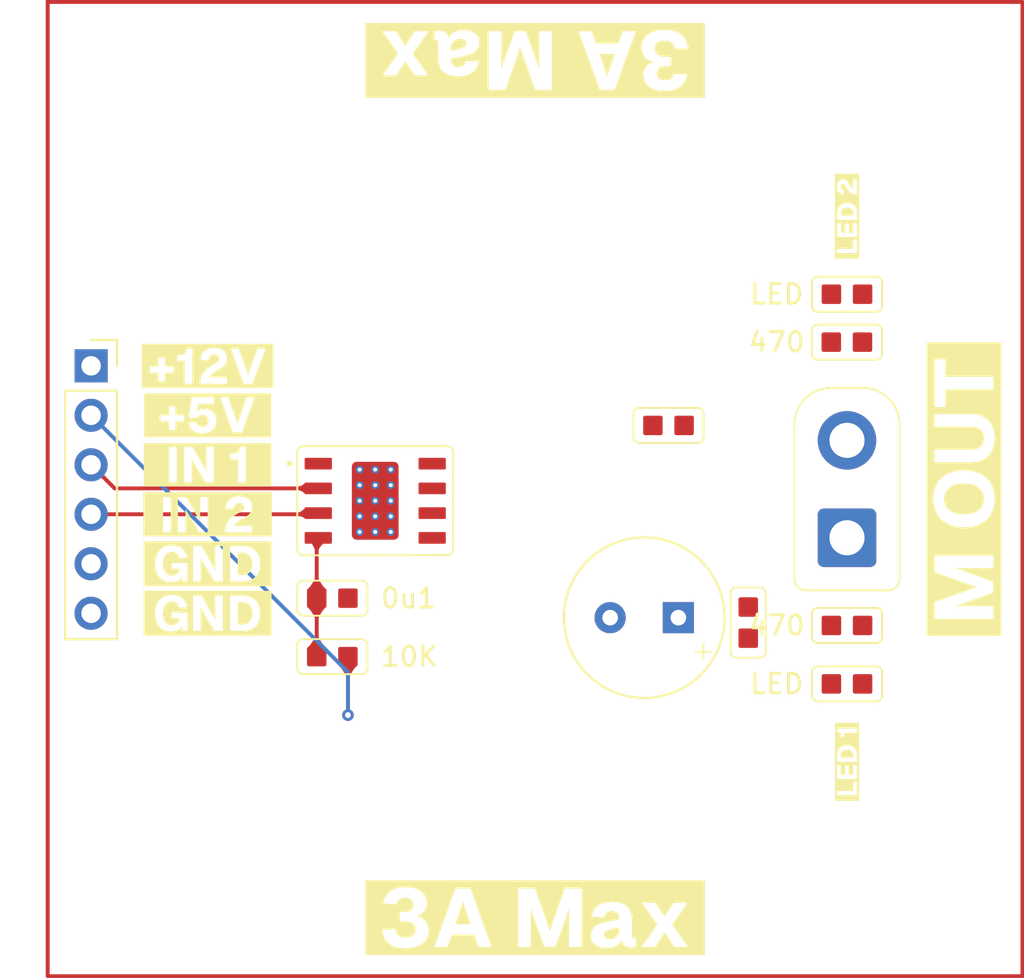
<source format=kicad_pcb>
(kicad_pcb (version 20240108) (generator "pcbnew") (generator_version "8.0")
  (layers (0 "F.Cu" signal) (31 "B.Cu" signal) (34 "B.Paste" user) (35 "F.Paste" user) (36 "B.SilkS" user "B.Silkscreen") (37 "F.SilkS" user "F.Silkscreen") (38 "B.Mask" user) (39 "F.Mask" user) (44 "Edge.Cuts" user))
  (net 0 "")
  (net 1 "GND")
  (net 2 "+12V")
  (net 3 "Net-(IC1-VREF)")
  (net 4 "/M IN 1")
  (net 5 "Net-(IC1-RS)")
  (net 6 "/M OUT 2")
  (net 7 "/M IN 2")
  (net 8 "/M OUT 1")
  (net 9 "+5V")
  (net 10 "Net-(D1-A)")
  (net 11 "Net-(D2-A)")
  (footprint "breakout-TB67H450FNG:cap0603" (layer "F.Cu") (at 39.6 55.6)
    (property "Reference" "C3" (hide yes))
    (property "Value" "0u1" (at 2.4 0 0) (layer "F.SilkS") (effects (justify left)))
    (fp_line (start -1.8 0.6) (end -1.8 -0.6) (stroke (width 0.1)) (layer "F.SilkS"))
    (fp_line (start -1.5 -0.9) (end 1.5 -0.9) (stroke (width 0.1)) (layer "F.SilkS"))
    (fp_line (start -1.5 0.9) (end 1.5 0.9) (stroke (width 0.1)) (layer "F.SilkS"))
    (fp_line (start 1.8 -0.6) (end 1.8 0.6) (stroke (width 0.1)) (layer "F.SilkS"))
    (fp_arc (start -1.8 -0.6) (mid -1.712132 -0.812132) (end -1.5 -0.9) (stroke (width 0.1)) (layer "F.SilkS"))
    (fp_arc (start -1.5 0.9) (mid -1.712132 0.812132) (end -1.8 0.6) (stroke (width 0.1)) (layer "F.SilkS"))
    (fp_arc (start 1.5 -0.9) (mid 1.712132 -0.812132) (end 1.8 -0.6) (stroke (width 0.1)) (layer "F.SilkS"))
    (fp_arc (start 1.8 0.6) (mid 1.712132 0.812132) (end 1.5 0.9) (stroke (width 0.1)) (layer "F.SilkS"))
    (pad "1" smd roundrect (at -0.799999 0) (size 1 1) (layers "F.Cu" "F.Paste" "F.Mask") (roundrect_rratio 0.1) (net 3 "Net-(IC1-VREF)"))
    (pad "2" smd roundrect (at 0.799999 0) (size 1 1) (layers "F.Cu" "F.Paste" "F.Mask") (roundrect_rratio 0.1) (net 1 "GND"))
  )
  (footprint "kibuzzard-66A150AD" (layer "F.Cu") (at 33.2 43.675)
    (property "Reference" "kibuzzard-66A150AD" (hide yes))
    (property "Value" "G***" (hide yes))
    (fp_poly (pts (xy -2.957324 -1.131549) (xy -3.379859 -1.131549) (xy -3.379859 1.131549) (xy -2.957324 1.131549) (xy -2.199296 1.131549) (xy -2.199296 0.796056) (xy -2.508592 0.796056) (xy -2.508592 0.349859) (xy -2.957324 0.349859) (xy -2.957324 0.040563) (xy -2.508592 0.040563) (xy -2.508592 -0.410704) (xy -2.199296 -0.410704) (xy -2.199296 0.040563) (xy -1.750563 0.040563) (xy -1.750563 0.349859) (xy -2.199296 0.349859) (xy -2.199296 0.796056) (xy -2.199296 1.131549) (xy -0.782113 1.131549) (xy -0.782113 0.920282) (xy -1.167465 0.920282) (xy -1.167465 -0.263662) (xy -1.557887 -0.263662) (xy -1.557887 -0.54507) (xy -1.403239 -0.54507) (xy -1.256197 -0.563451) (xy -1.159859 -0.618592) (xy -1.10662 -0.720634) (xy -1.088873 -0.879718) (xy -0.782113 -0.879718) (xy -0.782113 0.920282) (xy -0.782113 1.131549) (xy 0.99507 1.131549) (xy 0.99507 0.920282) (xy -0.368873 0.920282) (xy -0.353345 0.703521) (xy -0.306761 0.519718) (xy -0.225634 0.360951) (xy -0.106479 0.219296) (xy -0.003239 0.131268) (xy 0.122254 0.044648) (xy 0.27 -0.040563) (xy 0.385986 -0.103944) (xy 0.470282 -0.157183) (xy 0.569155 -0.254789) (xy 0.599577 -0.372676) (xy 0.533662 -0.53493) (xy 0.453803 -0.580563) (xy 0.346056 -0.595775) (xy 0.223415 -0.57581) (xy 0.129296 -0.515915) (xy 0.064331 -0.417993) (xy 0.029155 -0.283944) (xy -0.366338 -0.306761) (xy -0.331831 -0.485352) (xy -0.262113 -0.635775) (xy -0.157183 -0.758028) (xy -0.020141 -0.848169) (xy 0.145915 -0.902254) (xy 0.340986 -0.920282) (xy 0.530176 -0.903486) (xy 0.692113 -0.853099) (xy 0.822676 -0.771972) (xy 0.917746 -0.662958) (xy 0.975739 -0.530176) (xy 0.99507 -0.377746) (xy 0.983345 -0.249085) (xy 0.948169 -0.141972) (xy 0.888275 -0.049754) (xy 0.802394 0.034225) (xy 0.683239 0.118204) (xy 0.523521 0.210423) (xy 0.338768 0.318803) (xy 0.205352 0.420845) (xy 0.122641 0.514014) (xy 0.09 0.595775) (xy 0.99507 0.595775) (xy 0.99507 0.920282) (xy 0.99507 1.131549) (xy 2.303239 1.131549) (xy 2.303239 0.920282) (xy 1.851972 0.920282) (xy 1.202958 -0.879718) (xy 1.600986 -0.879718) (xy 2.080141 0.486761) (xy 2.556761 -0.879718) (xy 2.957324 -0.879718) (xy 2.303239 0.920282) (xy 2.303239 1.131549) (xy 2.957324 1.131549) (xy 3.379859 1.131549) (xy 3.379859 -1.131549) (xy 2.957324 -1.131549) (xy -2.957324 -1.131549)) (fill solid) (layer "F.SilkS"))
  )
  (footprint "kibuzzard-66A15073" (layer "F.Cu") (at 33.2 51.295)
    (property "Reference" "kibuzzard-66A15073" (hide yes))
    (property "Value" "G***" (hide yes))
    (fp_poly (pts (xy -2.28169 -1.131549) (xy -3.295775 -1.131549) (xy -3.295775 1.131549) (xy -2.28169 1.131549) (xy -1.896338 1.131549) (xy -1.896338 0.920282) (xy -2.28169 0.920282) (xy -2.28169 -0.879718) (xy -1.896338 -0.879718) (xy -1.896338 0.920282) (xy -1.896338 1.131549) (xy 0.00507 1.131549) (xy 0.00507 0.920282) (xy -0.425915 0.920282) (xy -1.135775 -0.278873) (xy -1.135775 0.920282) (xy -1.521127 0.920282) (xy -1.521127 -0.879718) (xy -1.095211 -0.879718) (xy -0.380282 0.362535) (xy -0.380282 -0.879718) (xy 0.00507 -0.879718) (xy 0.00507 0.920282) (xy 0.00507 1.131549) (xy 2.28169 1.131549) (xy 2.28169 0.920282) (xy 0.917746 0.920282) (xy 0.933275 0.703521) (xy 0.979859 0.519718) (xy 1.060986 0.360951) (xy 1.180141 0.219296) (xy 1.28338 0.131268) (xy 1.408873 0.044648) (xy 1.55662 -0.040563) (xy 1.672606 -0.103944) (xy 1.756901 -0.157183) (xy 1.855775 -0.254789) (xy 1.886197 -0.372676) (xy 1.820282 -0.53493) (xy 1.740423 -0.580563) (xy 1.632676 -0.595775) (xy 1.510035 -0.57581) (xy 1.415915 -0.515915) (xy 1.350951 -0.417993) (xy 1.315775 -0.283944) (xy 0.920282 -0.306761) (xy 0.954789 -0.485352) (xy 1.024507 -0.635775) (xy 1.129437 -0.758028) (xy 1.266479 -0.848169) (xy 1.432535 -0.902254) (xy 1.627606 -0.920282) (xy 1.816796 -0.903486) (xy 1.978732 -0.853099) (xy 2.109296 -0.771972) (xy 2.204366 -0.662958) (xy 2.262359 -0.530176) (xy 2.28169 -0.377746) (xy 2.269965 -0.249085) (xy 2.234789 -0.141972) (xy 2.174894 -0.049754) (xy 2.089014 0.034225) (xy 1.969859 0.118204) (xy 1.810141 0.210423) (xy 1.625387 0.318803) (xy 1.491972 0.420845) (xy 1.409261 0.514014) (xy 1.37662 0.595775) (xy 2.28169 0.595775) (xy 2.28169 0.920282) (xy 2.28169 1.131549) (xy 3.295775 1.131549) (xy 3.295775 -1.131549) (xy 2.28169 -1.131549) (xy -2.28169 -1.131549)) (fill solid) (layer "F.SilkS"))
  )
  (footprint "kibuzzard-66A14E9E" (layer "F.Cu") (at 50 72)
    (property "Reference" "kibuzzard-66A14E9E" (hide yes))
    (property "Value" "G***" (hide yes))
    (fp_poly (pts (xy -3.302113 0.333803) (xy -3.699296 -0.823944) (xy -4.096479 0.333803) (xy -3.302113 0.333803)) (fill solid) (layer "F.SilkS"))
    (fp_poly (pts (xy 4.333099 0.595775) (xy 4.333099 0.485915) (xy 3.817606 0.595775) (xy 3.586268 0.697183) (xy 3.509155 0.874648) (xy 3.585211 1.052113) (xy 3.80493 1.115493) (xy 4.021479 1.080634) (xy 4.189437 0.976056) (xy 4.297183 0.811268) (xy 4.333099 0.595775)) (fill solid) (layer "F.SilkS"))
    (fp_poly (pts (xy -7.83169 -1.919718) (xy -8.711972 -1.919718) (xy -8.711972 1.919718) (xy -7.83169 1.919718) (xy -6.648592 1.919718) (xy -6.648592 1.567606) (xy -6.987793 1.539671) (xy -7.273005 1.455869) (xy -7.504225 1.316197) (xy -7.676761 1.12723) (xy -7.785915 0.89554) (xy -7.83169 0.621127) (xy -7.176761 0.595775) (xy -7.099296 0.835211) (xy -6.923239 0.978873) (xy -6.648592 1.026761) (xy -6.434683 1.000352) (xy -6.266197 0.921127) (xy -6.156866 0.791197) (xy -6.120423 0.612676) (xy -6.156866 0.426761) (xy -6.266197 0.291549) (xy -6.439965 0.209155) (xy -6.669718 0.18169) (xy -6.940141 0.18169) (xy -6.940141 -0.295775) (xy -6.669718 -0.295775) (xy -6.483803 -0.317958) (xy -6.340141 -0.384507) (xy -6.217606 -0.659155) (xy -6.325352 -0.93169) (xy -6.462148 -1.002993) (xy -6.657042 -1.026761) (xy -6.851937 -1.004577) (xy -6.997183 -0.938028) (xy -7.138732 -0.692958) (xy -7.785211 -0.726761) (xy -7.728873 -0.965728) (xy -7.616197 -1.169953) (xy -7.447183 -1.339437) (xy -7.227934 -1.466197) (xy -6.964554 -1.542254) (xy -6.657042 -1.567606) (xy -6.331925 -1.542723) (xy -6.060798 -1.468075) (xy -5.843662 -1.343662) (xy -5.685211 -1.175587) (xy -5.590141 -0.969953) (xy -5.558451 -0.726761) (xy -5.592254 -0.511796) (xy -5.693662 -0.33169) (xy -5.858451 -0.189613) (xy -6.082394 -0.088732) (xy -5.817254 0.019542) (xy -5.621831 0.183803) (xy -5.501408 0.398768) (xy -5.461268 0.659155) (xy -5.496714 0.923005) (xy -5.603052 1.14554) (xy -5.780282 1.326761) (xy -6.018545 1.460563) (xy -6.307981 1.540845) (xy -6.648592 1.567606) (xy -6.648592 1.919718) (xy -2.237324 1.919718) (xy -2.237324 1.5) (xy -2.90493 1.5) (xy -3.124648 0.861972) (xy -4.278169 0.861972) (xy -4.497887 1.5) (xy -5.161268 1.5) (xy -4.079577 -1.5) (xy -3.319014 -1.5) (xy -2.237324 1.5) (xy -2.237324 1.919718) (xy 2.380986 1.919718) (xy 2.380986 1.5) (xy 1.738732 1.5) (xy 1.738732 -0.443662) (xy 1.033099 1.491549) (xy 0.483803 1.491549) (xy -0.217606 -0.443662) (xy -0.217606 1.5) (xy -0.859859 1.5) (xy -0.859859 -1.5) (xy -0.002113 -1.5) (xy 0.762676 0.684507) (xy 1.523239 -1.5) (xy 2.380986 -1.5) (xy 2.380986 1.5) (xy 2.380986 1.919718) (xy 3.652817 1.919718) (xy 3.652817 1.550704) (xy 3.329049 1.509507) (xy 3.076056 1.385915) (xy 2.912852 1.190493) (xy 2.858451 0.933803) (xy 2.903873 0.673415) (xy 3.040141 0.475352) (xy 3.271479 0.331162) (xy 3.602113 0.232394) (xy 4.333099 0.088732) (xy 4.289906 -0.157746) (xy 4.160329 -0.305634) (xy 3.944366 -0.35493) (xy 3.665493 -0.273592) (xy 3.530282 -0.029577) (xy 2.896479 -0.059155) (xy 2.961737 -0.287089) (xy 3.073005 -0.475117) (xy 3.230282 -0.623239) (xy 3.429812 -0.730047) (xy 3.66784 -0.794131) (xy 3.944366 -0.815493) (xy 4.254695 -0.788732) (xy 4.509624 -0.708451) (xy 4.709155 -0.574648) (xy 4.852347 -0.389202) (xy 4.938263 -0.153991) (xy 4.966901 0.130986) (xy 4.966901 0.904225) (xy 4.996479 1.030986) (xy 5.093662 1.064789) (xy 5.157042 1.064789) (xy 5.157042 1.5) (xy 4.928873 1.525352) (xy 4.68615 1.484507) (xy 4.521362 1.361972) (xy 4.434507 1.157746) (xy 4.316725 1.320423) (xy 4.140845 1.44507) (xy 3.916373 1.524296) (xy 3.652817 1.550704) (xy 3.652817 1.919718) (xy 7.83169 1.919718) (xy 7.83169 1.5) (xy 7.155634 1.5) (xy 6.661268 0.730986) (xy 6.158451 1.5) (xy 5.469718 1.5) (xy 6.276761 0.350704) (xy 5.49507 -0.764789) (xy 6.166901 -0.764789) (xy 6.648592 -0.038028) (xy 7.121831 -0.764789) (xy 7.806338 -0.764789) (xy 7.024648 0.35493) (xy 7.83169 1.5) (xy 7.83169 1.919718) (xy 8.711972 1.919718) (xy 8.711972 -1.919718) (xy 7.83169 -1.919718) (xy -7.83169 -1.919718)) (fill solid) (layer "F.SilkS"))
  )
  (footprint "kibuzzard-66A15016" (layer "F.Cu") (at 33.2 56.375)
    (property "Reference" "kibuzzard-66A15016" (hide yes))
    (property "Value" "G***" (hide yes))
    (fp_poly (pts (xy 2.293099 0) (xy 2.279155 -0.177746) (xy 2.237324 -0.322254) (xy 2.167606 -0.433521) (xy 2.068873 -0.512394) (xy 1.94 -0.559718) (xy 1.780986 -0.575493) (xy 1.545211 -0.575493) (xy 1.545211 0.575493) (xy 1.780986 0.575493) (xy 1.94 0.559718) (xy 2.068873 0.512394) (xy 2.167606 0.433521) (xy 2.237324 0.322254) (xy 2.279155 0.177746) (xy 2.293099 0)) (fill solid) (layer "F.SilkS"))
    (fp_poly (pts (xy -2.691127 -1.151831) (xy -3.282676 -1.151831) (xy -3.282676 1.151831) (xy -2.691127 1.151831) (xy -1.862113 1.151831) (xy -1.862113 0.940563) (xy -2.023803 0.927465) (xy -2.170845 0.888169) (xy -2.303239 0.822676) (xy -2.418592 0.733521) (xy -2.514507 0.623239) (xy -2.590986 0.491831) (xy -2.64662 0.342817) (xy -2.68 0.179718) (xy -2.691127 0.002535) (xy -2.679718 -0.171972) (xy -2.645493 -0.333803) (xy -2.588451 -0.482958) (xy -2.51 -0.615493) (xy -2.411549 -0.727465) (xy -2.293099 -0.818873) (xy -2.156761 -0.886479) (xy -2.004648 -0.927042) (xy -1.836761 -0.940563) (xy -1.627887 -0.922113) (xy -1.450845 -0.866761) (xy -1.305634 -0.774507) (xy -1.191127 -0.649014) (xy -1.106197 -0.493944) (xy -1.050845 -0.309296) (xy -1.451408 -0.291549) (xy -1.497201 -0.433521) (xy -1.576268 -0.53493) (xy -1.688609 -0.595775) (xy -1.834225 -0.616056) (xy -1.972676 -0.597042) (xy -2.087183 -0.54) (xy -2.177746 -0.44493) (xy -2.243239 -0.319155) (xy -2.282535 -0.17) (xy -2.295634 0.002535) (xy -2.282676 0.177324) (xy -2.243803 0.326479) (xy -2.179014 0.45) (xy -2.08831 0.542254) (xy -1.97169 0.597606) (xy -1.829155 0.616056) (xy -1.671021 0.590387) (xy -1.546479 0.51338) (xy -1.4625 0.395176) (xy -1.426056 0.245915) (xy -1.834225 0.245915) (xy -1.834225 -0.035493) (xy -1.045775 -0.035493) (xy -1.045775 0.9) (xy -1.284085 0.9) (xy -1.296761 0.641408) (xy -1.388028 0.764366) (xy -1.519859 0.859437) (xy -1.681479 0.920282) (xy -1.862113 0.940563) (xy -1.862113 1.151831) (xy 0.784648 1.151831) (xy 0.784648 0.9) (xy 0.353662 0.9) (xy -0.356197 -0.299155) (xy -0.356197 0.9) (xy -0.741549 0.9) (xy -0.741549 -0.9) (xy -0.315634 -0.9) (xy 0.399296 0.342254) (xy 0.399296 -0.9) (xy 0.784648 -0.9) (xy 0.784648 0.9) (xy 0.784648 1.151831) (xy 1.796197 1.151831) (xy 1.796197 0.9) (xy 1.159859 0.9) (xy 1.159859 -0.9) (xy 1.780986 -0.9) (xy 1.986576 -0.885343) (xy 2.167289 -0.841373) (xy 2.323125 -0.76809) (xy 2.454085 -0.665493) (xy 2.55779 -0.535801) (xy 2.631866 -0.381232) (xy 2.676312 -0.201787) (xy 2.691127 0.002535) (xy 2.676629 0.205669) (xy 2.633134 0.384085) (xy 2.560643 0.537782) (xy 2.459155 0.666761) (xy 2.330731 0.768803) (xy 2.17743 0.84169) (xy 1.999252 0.885423) (xy 1.796197 0.9) (xy 1.796197 1.151831) (xy 2.691127 1.151831) (xy 3.282676 1.151831) (xy 3.282676 -1.151831) (xy 2.691127 -1.151831) (xy -2.691127 -1.151831)) (fill solid) (layer "F.SilkS"))
  )
  (footprint "breakout-TB67H450FNG:cap0603" (layer "F.Cu") (at 60.934 56.854 -90)
    (property "Reference" "C2" (hide yes))
    (property "Value" "0u1")
    (fp_line (start -1.5 0.9) (end 1.5 0.9) (stroke (width 0.1)) (layer "F.SilkS"))
    (fp_line (start -1.8 0.6) (end -1.8 -0.6) (stroke (width 0.1)) (layer "F.SilkS"))
    (fp_line (start 1.8 -0.6) (end 1.8 0.6) (stroke (width 0.1)) (layer "F.SilkS"))
    (fp_line (start -1.5 -0.9) (end 1.5 -0.9) (stroke (width 0.1)) (layer "F.SilkS"))
    (fp_arc (start -1.5 0.9) (mid -1.712132 0.812132) (end -1.8 0.6) (stroke (width 0.1)) (layer "F.SilkS"))
    (fp_arc (start 1.8 0.6) (mid 1.712132 0.812132) (end 1.5 0.9) (stroke (width 0.1)) (layer "F.SilkS"))
    (fp_arc (start -1.8 -0.6) (mid -1.712132 -0.812132) (end -1.5 -0.9) (stroke (width 0.1)) (layer "F.SilkS"))
    (fp_arc (start 1.5 -0.9) (mid 1.712132 -0.812132) (end 1.8 -0.6) (stroke (width 0.1)) (layer "F.SilkS"))
    (pad "1" smd roundrect (at -0.799999 0 270) (size 1 1) (layers "F.Cu" "F.Paste" "F.Mask") (roundrect_rratio 0.1) (net 2 "+12V"))
    (pad "2" smd roundrect (at 0.799999 0 270) (size 1 1) (layers "F.Cu" "F.Paste" "F.Mask") (roundrect_rratio 0.1) (net 1 "GND"))
  )
  (footprint "kibuzzard-66A15093" (layer "F.Cu") (at 33.2 48.755)
    (property "Reference" "kibuzzard-66A15093" (hide yes))
    (property "Value" "G***" (hide yes))
    (fp_poly (pts (xy -1.962254 -1.111268) (xy -3.272113 -1.111268) (xy -3.272113 1.111268) (xy -1.962254 1.111268) (xy -1.576901 1.111268) (xy -1.576901 0.9) (xy -1.962254 0.9) (xy -1.962254 -0.9) (xy -1.576901 -0.9) (xy -1.576901 0.9) (xy -1.576901 1.111268) (xy 0.324507 1.111268) (xy 0.324507 0.9) (xy -0.106479 0.9) (xy -0.816338 -0.299155) (xy -0.816338 0.9) (xy -1.20169 0.9) (xy -1.20169 -0.9) (xy -0.775775 -0.9) (xy -0.060845 0.342254) (xy -0.060845 -0.9) (xy 0.324507 -0.9) (xy 0.324507 0.9) (xy 0.324507 1.111268) (xy 1.962254 1.111268) (xy 1.962254 0.9) (xy 1.576901 0.9) (xy 1.576901 -0.283944) (xy 1.186479 -0.283944) (xy 1.186479 -0.565352) (xy 1.341127 -0.565352) (xy 1.488169 -0.583732) (xy 1.584507 -0.638873) (xy 1.637746 -0.740915) (xy 1.655493 -0.9) (xy 1.962254 -0.9) (xy 1.962254 0.9) (xy 1.962254 1.111268) (xy 3.272113 1.111268) (xy 3.272113 -1.111268) (xy 1.962254 -1.111268) (xy -1.962254 -1.111268)) (fill solid) (layer "F.SilkS"))
  )
  (footprint "kibuzzard-66A14E76" (layer "F.Cu") (at 66 64 90)
    (property "Reference" "kibuzzard-66A14E76" (hide yes))
    (property "Value" "G***" (hide yes))
    (fp_poly (pts (xy 0.626056 0) (xy 0.61831 -0.098748) (xy 0.59507 -0.17903) (xy 0.556338 -0.240845) (xy 0.501487 -0.284664) (xy 0.42989 -0.310955) (xy 0.341549 -0.319718) (xy 0.210563 -0.319718) (xy 0.210563 0.319718) (xy 0.341549 0.319718) (xy 0.42989 0.310955) (xy 0.501487 0.284664) (xy 0.556338 0.240845) (xy 0.59507 0.17903) (xy 0.61831 0.098748) (xy 0.626056 0)) (fill solid) (layer "F.SilkS"))
    (fp_poly (pts (xy -1.709155 -0.617371) (xy -2.002582 -0.617371) (xy -2.002582 0.617371) (xy -1.709155 0.617371) (xy -1.034507 0.617371) (xy -1.034507 0.5) (xy -1.709155 0.5) (xy -1.709155 -0.5) (xy -1.49507 -0.5) (xy -1.49507 0.319718) (xy -1.034507 0.319718) (xy -1.034507 0.5) (xy -1.034507 0.617371) (xy -0.172535 0.617371) (xy -0.172535 0.5) (xy -0.879577 0.5) (xy -0.879577 -0.5) (xy -0.183803 -0.5) (xy -0.183803 -0.319718) (xy -0.665493 -0.319718) (xy -0.665493 -0.090141) (xy -0.200704 -0.090141) (xy -0.200704 0.087324) (xy -0.665493 0.087324) (xy -0.665493 0.319718) (xy -0.172535 0.319718) (xy -0.172535 0.5) (xy -0.172535 0.617371) (xy 0.35 0.617371) (xy 0.35 0.5) (xy -0.003521 0.5) (xy -0.003521 -0.5) (xy 0.341549 -0.5) (xy 0.455766 -0.491857) (xy 0.556162 -0.46743) (xy 0.642738 -0.426717) (xy 0.715493 -0.369718) (xy 0.773107 -0.297667) (xy 0.814261 -0.211796) (xy 0.838952 -0.112104) (xy 0.847183 0.001408) (xy 0.839129 0.114261) (xy 0.814965 0.21338) (xy 0.774692 0.298768) (xy 0.71831 0.370423) (xy 0.646963 0.427113) (xy 0.561796 0.467606) (xy 0.462808 0.491901) (xy 0.35 0.5) (xy 0.35 0.617371) (xy 1.709155 0.617371) (xy 1.709155 0.5) (xy 1.49507 0.5) (xy 1.49507 -0.157746) (xy 1.278169 -0.157746) (xy 1.278169 -0.314085) (xy 1.364085 -0.314085) (xy 1.445775 -0.324296) (xy 1.499296 -0.35493) (xy 1.528873 -0.41162) (xy 1.538732 -0.5) (xy 1.709155 -0.5) (xy 1.709155 0.5) (xy 1.709155 0.617371) (xy 2.002582 0.617371) (xy 2.002582 -0.617371) (xy 1.709155 -0.617371) (xy -1.709155 -0.617371)) (fill solid) (layer "F.SilkS"))
  )
  (footprint "kibuzzard-66A14EA3" (layer "F.Cu") (at 50 28 180)
    (property "Reference" "kibuzzard-66A14EA3" (hide yes))
    (property "Value" "G***" (hide yes))
    (fp_poly (pts (xy -3.302113 0.333803) (xy -3.699296 -0.823944) (xy -4.096479 0.333803) (xy -3.302113 0.333803)) (fill solid) (layer "F.SilkS"))
    (fp_poly (pts (xy 4.333099 0.595775) (xy 4.333099 0.485915) (xy 3.817606 0.595775) (xy 3.586268 0.697183) (xy 3.509155 0.874648) (xy 3.585211 1.052113) (xy 3.80493 1.115493) (xy 4.021479 1.080634) (xy 4.189437 0.976056) (xy 4.297183 0.811268) (xy 4.333099 0.595775)) (fill solid) (layer "F.SilkS"))
    (fp_poly (pts (xy -7.83169 -1.919718) (xy -8.711972 -1.919718) (xy -8.711972 1.919718) (xy -7.83169 1.919718) (xy -6.648592 1.919718) (xy -6.648592 1.567606) (xy -6.987793 1.539671) (xy -7.273005 1.455869) (xy -7.504225 1.316197) (xy -7.676761 1.12723) (xy -7.785915 0.89554) (xy -7.83169 0.621127) (xy -7.176761 0.595775) (xy -7.099296 0.835211) (xy -6.923239 0.978873) (xy -6.648592 1.026761) (xy -6.434683 1.000352) (xy -6.266197 0.921127) (xy -6.156866 0.791197) (xy -6.120423 0.612676) (xy -6.156866 0.426761) (xy -6.266197 0.291549) (xy -6.439965 0.209155) (xy -6.669718 0.18169) (xy -6.940141 0.18169) (xy -6.940141 -0.295775) (xy -6.669718 -0.295775) (xy -6.483803 -0.317958) (xy -6.340141 -0.384507) (xy -6.217606 -0.659155) (xy -6.325352 -0.93169) (xy -6.462148 -1.002993) (xy -6.657042 -1.026761) (xy -6.851937 -1.004577) (xy -6.997183 -0.938028) (xy -7.138732 -0.692958) (xy -7.785211 -0.726761) (xy -7.728873 -0.965728) (xy -7.616197 -1.169953) (xy -7.447183 -1.339437) (xy -7.227934 -1.466197) (xy -6.964554 -1.542254) (xy -6.657042 -1.567606) (xy -6.331925 -1.542723) (xy -6.060798 -1.468075) (xy -5.843662 -1.343662) (xy -5.685211 -1.175587) (xy -5.590141 -0.969953) (xy -5.558451 -0.726761) (xy -5.592254 -0.511796) (xy -5.693662 -0.33169) (xy -5.858451 -0.189613) (xy -6.082394 -0.088732) (xy -5.817254 0.019542) (xy -5.621831 0.183803) (xy -5.501408 0.398768) (xy -5.461268 0.659155) (xy -5.496714 0.923005) (xy -5.603052 1.14554) (xy -5.780282 1.326761) (xy -6.018545 1.460563) (xy -6.307981 1.540845) (xy -6.648592 1.567606) (xy -6.648592 1.919718) (xy -2.237324 1.919718) (xy -2.237324 1.5) (xy -2.90493 1.5) (xy -3.124648 0.861972) (xy -4.278169 0.861972) (xy -4.497887 1.5) (xy -5.161268 1.5) (xy -4.079577 -1.5) (xy -3.319014 -1.5) (xy -2.237324 1.5) (xy -2.237324 1.919718) (xy 2.380986 1.919718) (xy 2.380986 1.5) (xy 1.738732 1.5) (xy 1.738732 -0.443662) (xy 1.033099 1.491549) (xy 0.483803 1.491549) (xy -0.217606 -0.443662) (xy -0.217606 1.5) (xy -0.859859 1.5) (xy -0.859859 -1.5) (xy -0.002113 -1.5) (xy 0.762676 0.684507) (xy 1.523239 -1.5) (xy 2.380986 -1.5) (xy 2.380986 1.5) (xy 2.380986 1.919718) (xy 3.652817 1.919718) (xy 3.652817 1.550704) (xy 3.329049 1.509507) (xy 3.076056 1.385915) (xy 2.912852 1.190493) (xy 2.858451 0.933803) (xy 2.903873 0.673415) (xy 3.040141 0.475352) (xy 3.271479 0.331162) (xy 3.602113 0.232394) (xy 4.333099 0.088732) (xy 4.289906 -0.157746) (xy 4.160329 -0.305634) (xy 3.944366 -0.35493) (xy 3.665493 -0.273592) (xy 3.530282 -0.029577) (xy 2.896479 -0.059155) (xy 2.961737 -0.287089) (xy 3.073005 -0.475117) (xy 3.230282 -0.623239) (xy 3.429812 -0.730047) (xy 3.66784 -0.794131) (xy 3.944366 -0.815493) (xy 4.254695 -0.788732) (xy 4.509624 -0.708451) (xy 4.709155 -0.574648) (xy 4.852347 -0.389202) (xy 4.938263 -0.153991) (xy 4.966901 0.130986) (xy 4.966901 0.904225) (xy 4.996479 1.030986) (xy 5.093662 1.064789) (xy 5.157042 1.064789) (xy 5.157042 1.5) (xy 4.928873 1.525352) (xy 4.68615 1.484507) (xy 4.521362 1.361972) (xy 4.434507 1.157746) (xy 4.316725 1.320423) (xy 4.140845 1.44507) (xy 3.916373 1.524296) (xy 3.652817 1.550704) (xy 3.652817 1.919718) (xy 7.83169 1.919718) (xy 7.83169 1.5) (xy 7.155634 1.5) (xy 6.661268 0.730986) (xy 6.158451 1.5) (xy 5.469718 1.5) (xy 6.276761 0.350704) (xy 5.49507 -0.764789) (xy 6.166901 -0.764789) (xy 6.648592 -0.038028) (xy 7.121831 -0.764789) (xy 7.806338 -0.764789) (xy 7.024648 0.35493) (xy 7.83169 1.5) (xy 7.83169 1.919718) (xy 8.711972 1.919718) (xy 8.711972 -1.919718) (xy 7.83169 -1.919718) (xy -7.83169 -1.919718)) (fill solid) (layer "F.SilkS"))
  )
  (footprint "Connector_PinSocket_2.54mm:PinSocket_1x06_P2.54mm_Vertical" (layer "F.Cu") (at 27.225 43.675)
    (property "Reference" "J1" (hide yes))
    (property "Value" "Conn_01x06")
    (fp_line (start -1.33 1.27) (end -1.33 14.03) (stroke (width 0.12)) (layer "F.SilkS"))
    (fp_line (start -1.33 1.27) (end 1.33 1.27) (stroke (width 0.12)) (layer "F.SilkS"))
    (fp_line (start -1.33 14.03) (end 1.33 14.03) (stroke (width 0.12)) (layer "F.SilkS"))
    (fp_line (start 0 -1.33) (end 1.33 -1.33) (stroke (width 0.12)) (layer "F.SilkS"))
    (fp_line (start 1.33 -1.33) (end 1.33 0) (stroke (width 0.12)) (layer "F.SilkS"))
    (fp_line (start 1.33 1.27) (end 1.33 14.03) (stroke (width 0.12)) (layer "F.SilkS"))
    (pad "1" thru_hole rect (at 0 0) (size 1.7 1.7) (drill 1) (layers "*.Cu" "*.Mask") (net 2 "+12V"))
    (pad "2" thru_hole oval (at 0 2.54) (size 1.7 1.7) (drill 1) (layers "*.Cu" "*.Mask") (net 9 "+5V"))
    (pad "3" thru_hole oval (at 0 5.08) (size 1.7 1.7) (drill 1) (layers "*.Cu" "*.Mask") (net 7 "/M IN 2"))
    (pad "4" thru_hole oval (at 0 7.62) (size 1.7 1.7) (drill 1) (layers "*.Cu" "*.Mask") (net 4 "/M IN 1"))
    (pad "5" thru_hole oval (at 0 10.16) (size 1.7 1.7) (drill 1) (layers "*.Cu" "*.Mask") (net 1 "GND"))
    (pad "6" thru_hole oval (at 0 12.7) (size 1.7 1.7) (drill 1) (layers "*.Cu" "*.Mask") (net 1 "GND"))
  )
  (footprint "breakout-TB67H450FNG:res0603" (layer "F.Cu") (at 56.844 46.734)
    (property "Reference" "R2" (hide yes))
    (property "Value" "20")
    (fp_line (start -1.8 0.6) (end -1.8 -0.6) (stroke (width 0.1)) (layer "F.SilkS"))
    (fp_line (start -1.5 -0.9) (end 1.5 -0.9) (stroke (width 0.1)) (layer "F.SilkS"))
    (fp_line (start -1.5 0.9) (end 1.5 0.9) (stroke (width 0.1)) (layer "F.SilkS"))
    (fp_line (start 1.8 -0.6) (end 1.8 0.6) (stroke (width 0.1)) (layer "F.SilkS"))
    (fp_arc (start -1.8 -0.6) (mid -1.712132 -0.812132) (end -1.5 -0.9) (stroke (width 0.1)) (layer "F.SilkS"))
    (fp_arc (start -1.5 0.9) (mid -1.712132 0.812132) (end -1.8 0.6) (stroke (width 0.1)) (layer "F.SilkS"))
    (fp_arc (start 1.5 -0.9) (mid 1.712132 -0.812132) (end 1.8 -0.6) (stroke (width 0.1)) (layer "F.SilkS"))
    (fp_arc (start 1.8 0.6) (mid 1.712132 0.812132) (end 1.5 0.9) (stroke (width 0.1)) (layer "F.SilkS"))
    (pad "1" smd roundrect (at -0.8 0) (size 1 1) (layers "F.Cu" "F.Paste" "F.Mask") (roundrect_rratio 0.1) (net 5 "Net-(IC1-RS)"))
    (pad "2" smd roundrect (at 0.8 0) (size 1 1) (layers "F.Cu" "F.Paste" "F.Mask") (roundrect_rratio 0.1) (net 1 "GND"))
  )
  (footprint "breakout-TB67H450FNG:led0603" (layer "F.Cu") (at 66 60)
    (property "Reference" "D1" (hide yes))
    (property "Value" "LED" (at -3.6 0 0) (layer "F.SilkS"))
    (fp_line (start -1.8 0.6) (end -1.8 -0.6) (stroke (width 0.1)) (layer "F.SilkS"))
    (fp_line (start -1.5 -0.9) (end 1.5 -0.9) (stroke (width 0.1)) (layer "F.SilkS"))
    (fp_line (start -1.5 0.9) (end 1.5 0.9) (stroke (width 0.1)) (layer "F.SilkS"))
    (fp_line (start 1.8 -0.6) (end 1.8 0.6) (stroke (width 0.1)) (layer "F.SilkS"))
    (fp_arc (start -1.8 -0.6) (mid -1.712132 -0.812132) (end -1.5 -0.9) (stroke (width 0.1)) (layer "F.SilkS"))
    (fp_arc (start -1.5 0.9) (mid -1.712132 0.812132) (end -1.8 0.6) (stroke (width 0.1)) (layer "F.SilkS"))
    (fp_arc (start 1.5 -0.9) (mid 1.712132 -0.812132) (end 1.8 -0.6) (stroke (width 0.1)) (layer "F.SilkS"))
    (fp_arc (start 1.8 0.6) (mid 1.712132 0.812132) (end 1.5 0.9) (stroke (width 0.1)) (layer "F.SilkS"))
    (pad "1" smd roundrect (at -0.799999 0) (size 1 1) (layers "F.Cu" "F.Paste" "F.Mask") (roundrect_rratio 0.1) (net 1 "GND"))
    (pad "2" smd roundrect (at 0.799999 0) (size 1 1) (layers "F.Cu" "F.Paste" "F.Mask") (roundrect_rratio 0.1) (net 10 "Net-(D1-A)"))
  )
  (footprint "breakout-TB67H450FNG:res0603" (layer "F.Cu") (at 66 57)
    (property "Reference" "R3" (hide yes))
    (property "Value" "470" (at -3.6 0 0) (layer "F.SilkS"))
    (fp_line (start -1.8 0.6) (end -1.8 -0.6) (stroke (width 0.1)) (layer "F.SilkS"))
    (fp_line (start -1.5 -0.9) (end 1.5 -0.9) (stroke (width 0.1)) (layer "F.SilkS"))
    (fp_line (start -1.5 0.9) (end 1.5 0.9) (stroke (width 0.1)) (layer "F.SilkS"))
    (fp_line (start 1.8 -0.6) (end 1.8 0.6) (stroke (width 0.1)) (layer "F.SilkS"))
    (fp_arc (start -1.8 -0.6) (mid -1.712132 -0.812132) (end -1.5 -0.9) (stroke (width 0.1)) (layer "F.SilkS"))
    (fp_arc (start -1.5 0.9) (mid -1.712132 0.812132) (end -1.8 0.6) (stroke (width 0.1)) (layer "F.SilkS"))
    (fp_arc (start 1.5 -0.9) (mid 1.712132 -0.812132) (end 1.8 -0.6) (stroke (width 0.1)) (layer "F.SilkS"))
    (fp_arc (start 1.8 0.6) (mid 1.712132 0.812132) (end 1.5 0.9) (stroke (width 0.1)) (layer "F.SilkS"))
    (pad "1" smd roundrect (at -0.8 0) (size 1 1) (layers "F.Cu" "F.Paste" "F.Mask") (roundrect_rratio 0.1) (net 8 "/M OUT 1"))
    (pad "2" smd roundrect (at 0.8 0) (size 1 1) (layers "F.Cu" "F.Paste" "F.Mask") (roundrect_rratio 0.1) (net 10 "Net-(D1-A)"))
  )
  (footprint "breakout-TB67H450FNG:CP_Radial_D8.0mm_P3.50mm" (layer "F.Cu") (at 55.6 56.6 180)
    (property "Reference" "C1" (hide yes))
    (property "Value" "100u")
    (fp_line (start -3.026759 -2.1475) (end -3.026759 -1.3475) (stroke (width 0.1)) (layer "F.SilkS"))
    (fp_line (start -3.426759 -1.747501) (end -2.626759 -1.7475) (stroke (width 0.1)) (layer "F.SilkS"))
    (fp_circle (center 0 0) (end 4.12 0) (stroke (width 0.12)) (fill none) (layer "F.SilkS"))
    (pad "1" thru_hole rect (at -1.75 0 180) (size 1.6 1.6) (drill 0.8) (layers "*.Cu" "*.Mask") (net 2 "+12V"))
    (pad "2" thru_hole circle (at 1.75 0 180) (size 1.6 1.6) (drill 0.8) (layers "*.Cu" "*.Mask") (net 1 "GND"))
  )
  (footprint "breakout-TB67H450FNG:led0603" (layer "F.Cu") (at 66 40)
    (property "Reference" "D2" (hide yes))
    (property "Value" "LED" (at -3.6 0 0) (layer "F.SilkS"))
    (fp_line (start -1.8 0.6) (end -1.8 -0.6) (stroke (width 0.1)) (layer "F.SilkS"))
    (fp_line (start -1.5 -0.9) (end 1.5 -0.9) (stroke (width 0.1)) (layer "F.SilkS"))
    (fp_line (start -1.5 0.9) (end 1.5 0.9) (stroke (width 0.1)) (layer "F.SilkS"))
    (fp_line (start 1.8 -0.6) (end 1.8 0.6) (stroke (width 0.1)) (layer "F.SilkS"))
    (fp_arc (start -1.8 -0.6) (mid -1.712132 -0.812132) (end -1.5 -0.9) (stroke (width 0.1)) (layer "F.SilkS"))
    (fp_arc (start -1.5 0.9) (mid -1.712132 0.812132) (end -1.8 0.6) (stroke (width 0.1)) (layer "F.SilkS"))
    (fp_arc (start 1.5 -0.9) (mid 1.712132 -0.812132) (end 1.8 -0.6) (stroke (width 0.1)) (layer "F.SilkS"))
    (fp_arc (start 1.8 0.6) (mid 1.712132 0.812132) (end 1.5 0.9) (stroke (width 0.1)) (layer "F.SilkS"))
    (pad "1" smd roundrect (at -0.799999 0) (size 1 1) (layers "F.Cu" "F.Paste" "F.Mask") (roundrect_rratio 0.1) (net 1 "GND"))
    (pad "2" smd roundrect (at 0.799999 0) (size 1 1) (layers "F.Cu" "F.Paste" "F.Mask") (roundrect_rratio 0.1) (net 11 "Net-(D2-A)"))
  )
  (footprint "breakout-TB67H450FNG:P-HSOP8-0405-1p27-001_TOS" (layer "F.Cu") (at 41.8 50.6)
    (property "Reference" "IC1" (hide yes))
    (property "Value" "TB67H450FNG,EL")
    (fp_line (start -4 2.5) (end -4 -2.5) (stroke (width 0.1)) (layer "F.SilkS"))
    (fp_line (start -3.7 2.8) (end 0 2.8) (stroke (width 0.1)) (layer "F.SilkS"))
    (fp_line (start 3.7 -2.8) (end -3.7 -2.8) (stroke (width 0.1)) (layer "F.SilkS"))
    (fp_line (start 3.7 2.787868) (end 0 2.8) (stroke (width 0.1)) (layer "F.SilkS"))
    (fp_line (start 4 -2.5) (end 4 2.487868) (stroke (width 0.1)) (layer "F.SilkS"))
    (fp_arc (start -4 -2.5) (mid -3.912132 -2.712132) (end -3.7 -2.8) (stroke (width 0.1)) (layer "F.SilkS"))
    (fp_arc (start -3.7 2.8) (mid -3.912132 2.712132) (end -4 2.5) (stroke (width 0.1)) (layer "F.SilkS"))
    (fp_arc (start 3.7 -2.8) (mid 3.912132 -2.712132) (end 4 -2.5) (stroke (width 0.1)) (layer "F.SilkS"))
    (fp_arc (start 4 2.487868) (mid 3.912133 2.700001) (end 3.7 2.787868) (stroke (width 0.1)) (layer "F.SilkS"))
    (fp_circle (center -4.4 -1.905) (end -4.3 -1.905) (stroke (width 0.1)) (fill solid) (layer "F.SilkS"))
    (pad "1" smd roundrect (at -2.921 -1.905 90) (size 0.6 1.4) (layers "F.Cu" "F.Paste" "F.Mask") (roundrect_rratio 0.1) (net 1 "GND"))
    (pad "2" smd roundrect (at -2.921 -0.635 90) (size 0.6 1.4) (layers "F.Cu" "F.Paste" "F.Mask") (roundrect_rratio 0.1) (net 7 "/M IN 2"))
    (pad "3" smd roundrect (at -2.921 0.635 90) (size 0.6 1.4) (layers "F.Cu" "F.Paste" "F.Mask") (roundrect_rratio 0.1) (net 4 "/M IN 1"))
    (pad "4" smd roundrect (at -2.921 1.905 90) (size 0.6 1.4) (layers "F.Cu" "F.Paste" "F.Mask") (roundrect_rratio 0.1) (net 3 "Net-(IC1-VREF)"))
    (pad "5" smd roundrect (at 2.921 1.905 270) (size 0.6 1.4) (layers "F.Cu" "F.Paste" "F.Mask") (roundrect_rratio 0.1) (net 2 "+12V"))
    (pad "6" smd roundrect (at 2.921 0.635 270) (size 0.6 1.4) (layers "F.Cu" "F.Paste" "F.Mask") (roundrect_rratio 0.1) (net 8 "/M OUT 1"))
    (pad "7" smd roundrect (at 2.921 -0.635 270) (size 0.6 1.4) (layers "F.Cu" "F.Paste" "F.Mask") (roundrect_rratio 0.1) (net 5 "Net-(IC1-RS)"))
    (pad "8" smd roundrect (at 2.921 -1.905 270) (size 0.6 1.4) (layers "F.Cu" "F.Paste" "F.Mask") (roundrect_rratio 0.1) (net 6 "/M OUT 2"))
    (pad "9" thru_hole circle (at -0.8 -1.6) (size 0.4 0.4) (drill 0.2) (layers "*.Cu" "*.Mask") (net 1 "GND"))
    (pad "9" thru_hole circle (at -0.8 -0.8) (size 0.4 0.4) (drill 0.2) (layers "*.Cu" "*.Mask") (net 1 "GND"))
    (pad "9" thru_hole circle (at -0.8 0) (size 0.4 0.4) (drill 0.2) (layers "*.Cu" "*.Mask") (net 1 "GND"))
    (pad "9" thru_hole circle (at -0.8 0.8 180) (size 0.4 0.4) (drill 0.2) (layers "*.Cu" "*.Mask") (net 1 "GND"))
    (pad "9" thru_hole circle (at -0.8 1.6 180) (size 0.4 0.4) (drill 0.2) (layers "*.Cu" "*.Mask") (net 1 "GND"))
    (pad "9" thru_hole circle (at 0 -1.6) (size 0.4 0.4) (drill 0.2) (layers "*.Cu" "*.Mask") (net 1 "GND"))
    (pad "9" thru_hole circle (at 0 -0.8) (size 0.4 0.4) (drill 0.2) (layers "*.Cu" "*.Mask") (net 1 "GND"))
    (pad "9" thru_hole circle (at 0 0) (size 0.4 0.4) (drill 0.2) (layers "*.Cu" "*.Mask") (net 1 "GND"))
    (pad "9" smd roundrect (at 0 0) (size 2.4 4) (layers "F.Cu" "F.Paste" "F.Mask") (roundrect_rratio 0.1) (net 1 "GND"))
    (pad "9" thru_hole circle (at 0 0.8 180) (size 0.4 0.4) (drill 0.2) (layers "*.Cu" "*.Mask") (net 1 "GND"))
    (pad "9" thru_hole circle (at 0 1.6 180) (size 0.4 0.4) (drill 0.2) (layers "*.Cu" "*.Mask") (net 1 "GND"))
    (pad "9" thru_hole circle (at 0.8 -1.6) (size 0.4 0.4) (drill 0.2) (layers "*.Cu" "*.Mask") (net 1 "GND"))
    (pad "9" thru_hole circle (at 0.8 -0.8) (size 0.4 0.4) (drill 0.2) (layers "*.Cu" "*.Mask") (net 1 "GND"))
    (pad "9" thru_hole circle (at 0.8 0) (size 0.4 0.4) (drill 0.2) (layers "*.Cu" "*.Mask") (net 1 "GND"))
    (pad "9" thru_hole circle (at 0.8 0.8 180) (size 0.4 0.4) (drill 0.2) (layers "*.Cu" "*.Mask") (net 1 "GND"))
    (pad "9" thru_hole circle (at 0.8 1.6 180) (size 0.4 0.4) (drill 0.2) (layers "*.Cu" "*.Mask") (net 1 "GND"))
  )
  (footprint "breakout-TB67H450FNG:res0603" (layer "F.Cu") (at 39.6 58.6 180)
    (property "Reference" "R1" (hide yes))
    (property "Value" "10K" (at -2.4 0 0) (layer "F.SilkS") (effects (justify left)))
    (fp_line (start 1.8 -0.6) (end 1.8 0.6) (stroke (width 0.1)) (layer "F.SilkS"))
    (fp_line (start -1.5 0.9) (end 1.5 0.9) (stroke (width 0.1)) (layer "F.SilkS"))
    (fp_line (start -1.5 -0.9) (end 1.5 -0.9) (stroke (width 0.1)) (layer "F.SilkS"))
    (fp_line (start -1.8 0.6) (end -1.8 -0.6) (stroke (width 0.1)) (layer "F.SilkS"))
    (fp_arc (start 1.8 0.6) (mid 1.712132 0.812132) (end 1.5 0.9) (stroke (width 0.1)) (layer "F.SilkS"))
    (fp_arc (start 1.5 -0.9) (mid 1.712132 -0.812132) (end 1.8 -0.6) (stroke (width 0.1)) (layer "F.SilkS"))
    (fp_arc (start -1.5 0.9) (mid -1.712132 0.812132) (end -1.8 0.6) (stroke (width 0.1)) (layer "F.SilkS"))
    (fp_arc (start -1.8 -0.6) (mid -1.712132 -0.812132) (end -1.5 -0.9) (stroke (width 0.1)) (layer "F.SilkS"))
    (pad "1" smd roundrect (at -0.799999 0 180) (size 1 1) (layers "F.Cu" "F.Paste" "F.Mask") (roundrect_rratio 0.1) (net 9 "+5V"))
    (pad "2" smd roundrect (at 0.799999 0 180) (size 1 1) (layers "F.Cu" "F.Paste" "F.Mask") (roundrect_rratio 0.1) (net 3 "Net-(IC1-VREF)"))
  )
  (footprint "breakout-TB67H450FNG:res0603" (layer "F.Cu") (at 65.994 42.46)
    (property "Reference" "R4" (hide yes))
    (property "Value" "470" (at -3.6 0 0) (layer "F.SilkS"))
    (fp_line (start -1.8 0.6) (end -1.8 -0.6) (stroke (width 0.1)) (layer "F.SilkS"))
    (fp_line (start -1.5 -0.9) (end 1.5 -0.9) (stroke (width 0.1)) (layer "F.SilkS"))
    (fp_line (start -1.5 0.9) (end 1.5 0.9) (stroke (width 0.1)) (layer "F.SilkS"))
    (fp_line (start 1.8 -0.6) (end 1.8 0.6) (stroke (width 0.1)) (layer "F.SilkS"))
    (fp_arc (start -1.8 -0.6) (mid -1.712132 -0.812132) (end -1.5 -0.9) (stroke (width 0.1)) (layer "F.SilkS"))
    (fp_arc (start -1.5 0.9) (mid -1.712132 0.812132) (end -1.8 0.6) (stroke (width 0.1)) (layer "F.SilkS"))
    (fp_arc (start 1.5 -0.9) (mid 1.712132 -0.812132) (end 1.8 -0.6) (stroke (width 0.1)) (layer "F.SilkS"))
    (fp_arc (start 1.8 0.6) (mid 1.712132 0.812132) (end 1.5 0.9) (stroke (width 0.1)) (layer "F.SilkS"))
    (pad "1" smd roundrect (at -0.8 0) (size 1 1) (layers "F.Cu" "F.Paste" "F.Mask") (roundrect_rratio 0.1) (net 6 "/M OUT 2"))
    (pad "2" smd roundrect (at 0.8 0) (size 1 1) (layers "F.Cu" "F.Paste" "F.Mask") (roundrect_rratio 0.1) (net 11 "Net-(D2-A)"))
  )
  (footprint "kibuzzard-66A150A6" (layer "F.Cu") (at 33.2 46.215)
    (property "Reference" "kibuzzard-66A150A6" (hide yes))
    (property "Value" "G***" (hide yes))
    (fp_poly (pts (xy -2.410986 -1.131549) (xy -3.256056 -1.131549) (xy -3.256056 1.131549) (xy -2.410986 1.131549) (xy -1.652958 1.131549) (xy -1.652958 0.755493) (xy -1.962254 0.755493) (xy -1.962254 0.309296) (xy -2.410986 0.309296) (xy -2.410986 0) (xy -1.962254 0) (xy -1.962254 -0.451268) (xy -1.652958 -0.451268) (xy -1.652958 0) (xy -1.204225 0) (xy -1.204225 0.309296) (xy -1.652958 0.309296) (xy -1.652958 0.755493) (xy -1.652958 1.131549) (xy -0.261127 1.131549) (xy -0.261127 0.920282) (xy -0.461408 0.904366) (xy -0.629577 0.85662) (xy -0.765634 0.777042) (xy -0.867887 0.669577) (xy -0.934648 0.538169) (xy -0.965915 0.382817) (xy -0.575493 0.36507) (xy -0.54 0.465211) (xy -0.474085 0.537465) (xy -0.380282 0.581197) (xy -0.261127 0.595775) (xy -0.128028 0.574859) (xy -0.027887 0.512113) (xy 0.034859 0.412606) (xy 0.055775 0.281408) (xy 0.034225 0.151162) (xy -0.030423 0.049437) (xy -0.131831 -0.016162) (xy -0.263662 -0.038028) (xy -0.448732 0.008873) (xy -0.560282 0.131831) (xy -0.945634 0.131831) (xy -0.821408 -0.920282) (xy 0.327042 -0.920282) (xy 0.327042 -0.595775) (xy -0.494366 -0.595775) (xy -0.547606 -0.18) (xy -0.377746 -0.285211) (xy -0.272535 -0.312782) (xy -0.154648 -0.321972) (xy 0.016479 -0.302324) (xy 0.164789 -0.24338) (xy 0.286162 -0.150211) (xy 0.376479 -0.027887) (xy 0.43257 0.117887) (xy 0.451268 0.281408) (xy 0.429401 0.463944) (xy 0.363803 0.621127) (xy 0.257641 0.748838) (xy 0.114085 0.842958) (xy -0.060845 0.900951) (xy -0.261127 0.920282) (xy -0.261127 1.131549) (xy 1.756901 1.131549) (xy 1.756901 0.879718) (xy 1.305634 0.879718) (xy 0.65662 -0.920282) (xy 1.054648 -0.920282) (xy 1.533803 0.446197) (xy 2.010423 -0.920282) (xy 2.410986 -0.920282) (xy 1.756901 0.879718) (xy 1.756901 1.131549) (xy 2.410986 1.131549) (xy 3.256056 1.131549) (xy 3.256056 -1.131549) (xy 2.410986 -1.131549) (xy -2.410986 -1.131549)) (fill solid) (layer "F.SilkS"))
  )
  (footprint "kibuzzard-66A15010" (layer "F.Cu") (at 33.2 53.835)
    (property "Reference" "kibuzzard-66A15010" (hide yes))
    (property "Value" "G***" (hide yes))
    (fp_poly (pts (xy 2.293099 0) (xy 2.279155 -0.177746) (xy 2.237324 -0.322254) (xy 2.167606 -0.433521) (xy 2.068873 -0.512394) (xy 1.94 -0.559718) (xy 1.780986 -0.575493) (xy 1.545211 -0.575493) (xy 1.545211 0.575493) (xy 1.780986 0.575493) (xy 1.94 0.559718) (xy 2.068873 0.512394) (xy 2.167606 0.433521) (xy 2.237324 0.322254) (xy 2.279155 0.177746) (xy 2.293099 0)) (fill solid) (layer "F.SilkS"))
    (fp_poly (pts (xy -2.691127 -1.151831) (xy -3.282676 -1.151831) (xy -3.282676 1.151831) (xy -2.691127 1.151831) (xy -1.862113 1.151831) (xy -1.862113 0.940563) (xy -2.023803 0.927465) (xy -2.170845 0.888169) (xy -2.303239 0.822676) (xy -2.418592 0.733521) (xy -2.514507 0.623239) (xy -2.590986 0.491831) (xy -2.64662 0.342817) (xy -2.68 0.179718) (xy -2.691127 0.002535) (xy -2.679718 -0.171972) (xy -2.645493 -0.333803) (xy -2.588451 -0.482958) (xy -2.51 -0.615493) (xy -2.411549 -0.727465) (xy -2.293099 -0.818873) (xy -2.156761 -0.886479) (xy -2.004648 -0.927042) (xy -1.836761 -0.940563) (xy -1.627887 -0.922113) (xy -1.450845 -0.866761) (xy -1.305634 -0.774507) (xy -1.191127 -0.649014) (xy -1.106197 -0.493944) (xy -1.050845 -0.309296) (xy -1.451408 -0.291549) (xy -1.497201 -0.433521) (xy -1.576268 -0.53493) (xy -1.688609 -0.595775) (xy -1.834225 -0.616056) (xy -1.972676 -0.597042) (xy -2.087183 -0.54) (xy -2.177746 -0.44493) (xy -2.243239 -0.319155) (xy -2.282535 -0.17) (xy -2.295634 0.002535) (xy -2.282676 0.177324) (xy -2.243803 0.326479) (xy -2.179014 0.45) (xy -2.08831 0.542254) (xy -1.97169 0.597606) (xy -1.829155 0.616056) (xy -1.671021 0.590387) (xy -1.546479 0.51338) (xy -1.4625 0.395176) (xy -1.426056 0.245915) (xy -1.834225 0.245915) (xy -1.834225 -0.035493) (xy -1.045775 -0.035493) (xy -1.045775 0.9) (xy -1.284085 0.9) (xy -1.296761 0.641408) (xy -1.388028 0.764366) (xy -1.519859 0.859437) (xy -1.681479 0.920282) (xy -1.862113 0.940563) (xy -1.862113 1.151831) (xy 0.784648 1.151831) (xy 0.784648 0.9) (xy 0.353662 0.9) (xy -0.356197 -0.299155) (xy -0.356197 0.9) (xy -0.741549 0.9) (xy -0.741549 -0.9) (xy -0.315634 -0.9) (xy 0.399296 0.342254) (xy 0.399296 -0.9) (xy 0.784648 -0.9) (xy 0.784648 0.9) (xy 0.784648 1.151831) (xy 1.796197 1.151831) (xy 1.796197 0.9) (xy 1.159859 0.9) (xy 1.159859 -0.9) (xy 1.780986 -0.9) (xy 1.986576 -0.885343) (xy 2.167289 -0.841373) (xy 2.323125 -0.76809) (xy 2.454085 -0.665493) (xy 2.55779 -0.535801) (xy 2.631866 -0.381232) (xy 2.676312 -0.201787) (xy 2.691127 0.002535) (xy 2.676629 0.205669) (xy 2.633134 0.384085) (xy 2.560643 0.537782) (xy 2.459155 0.666761) (xy 2.330731 0.768803) (xy 2.17743 0.84169) (xy 1.999252 0.885423) (xy 1.796197 0.9) (xy 1.796197 1.151831) (xy 2.691127 1.151831) (xy 3.282676 1.151831) (xy 3.282676 -1.151831) (xy 2.691127 -1.151831) (xy -2.691127 -1.151831)) (fill solid) (layer "F.SilkS"))
  )
  (footprint "kibuzzard-66A14E1C" (layer "F.Cu") (at 72 50 90)
    (property "Reference" "kibuzzard-66A14E1C" (hide yes))
    (property "Value" "G***" (hide yes))
    (fp_poly (pts (xy 0.295775 0.004225) (xy 0.272066 -0.296009) (xy 0.200939 -0.548826) (xy 0.082394 -0.754225) (xy -0.077934 -0.905634) (xy -0.274413 -0.996479) (xy -0.507042 -1.026761) (xy -0.739437 -0.996479) (xy -0.935211 -0.905634) (xy -1.094366 -0.754225) (xy -1.211737 -0.548826) (xy -1.28216 -0.296009) (xy -1.305634 0.004225) (xy -1.28216 0.303991) (xy -1.211737 0.555399) (xy -1.094366 0.758451) (xy -0.935211 0.907512) (xy -0.739437 0.996948) (xy -0.507042 1.026761) (xy -0.2723 0.996948) (xy -0.075117 0.907512) (xy 0.084507 0.758451) (xy 0.201878 0.555399) (xy 0.2723 0.303991) (xy 0.295775 0.004225)) (fill solid) (layer "F.SilkS"))
    (fp_poly (pts (xy -6.65493 -1.919718) (xy -7.535211 -1.919718) (xy -7.535211 1.919718) (xy -6.65493 1.919718) (xy -3.414085 1.919718) (xy -3.414085 1.5) (xy -4.056338 1.5) (xy -4.056338 -0.443662) (xy -4.761972 1.491549) (xy -5.311268 1.491549) (xy -6.012676 -0.443662) (xy -6.012676 1.5) (xy -6.65493 1.5) (xy -6.65493 -1.5) (xy -5.797183 -1.5) (xy -5.032394 0.684507) (xy -4.271831 -1.5) (xy -3.414085 -1.5) (xy -3.414085 1.5) (xy -3.414085 1.919718) (xy -0.507042 1.919718) (xy -0.507042 1.567606) (xy -0.794836 1.546714) (xy -1.055399 1.484038) (xy -1.288732 1.379577) (xy -1.49108 1.235915) (xy -1.658685 1.055634) (xy -1.791549 0.838732) (xy -1.887793 0.589202) (xy -1.94554 0.311033) (xy -1.964789 0.004225) (xy -1.945305 -0.302817) (xy -1.886854 -0.58169) (xy -1.789437 -0.832394) (xy -1.655634 -1.050704) (xy -1.488028 -1.232394) (xy -1.28662 -1.377465) (xy -1.05446 -1.483099) (xy -0.794601 -1.546479) (xy -0.507042 -1.567606) (xy -0.219249 -1.546479) (xy 0.041315 -1.483099) (xy 0.274648 -1.377465) (xy 0.47723 -1.232394) (xy 0.64554 -1.050704) (xy 0.779577 -0.832394) (xy 0.876995 -0.58169) (xy 0.935446 -0.302817) (xy 0.95493 0.004225) (xy 0.935446 0.311033) (xy 0.876995 0.589202) (xy 0.779577 0.838732) (xy 0.64554 1.055634) (xy 0.47723 1.235915) (xy 0.274648 1.379577) (xy 0.041315 1.484038) (xy -0.219249 1.546714) (xy -0.507042 1.567606) (xy -0.507042 1.919718) (xy 2.615493 1.919718) (xy 2.615493 1.567606) (xy 2.263204 1.532218) (xy 1.958451 1.426056) (xy 1.710211 1.25493) (xy 1.527465 1.024648) (xy 1.414965 0.743134) (xy 1.377465 0.41831) (xy 1.377465 -1.504225) (xy 2.019718 -1.504225) (xy 2.019718 0.41831) (xy 2.058275 0.676585) (xy 2.173944 0.86831) (xy 2.361444 0.987148) (xy 2.615493 1.026761) (xy 2.866373 0.987148) (xy 3.052817 0.86831) (xy 3.168486 0.676585) (xy 3.207042 0.41831) (xy 3.207042 -1.504225) (xy 3.849296 -1.504225) (xy 3.849296 0.41831) (xy 3.811796 0.743134) (xy 3.699296 1.024648) (xy 3.517077 1.25493) (xy 3.270423 1.426056) (xy 2.967254 1.532218) (xy 2.615493 1.567606) (xy 2.615493 1.919718) (xy 5.759155 1.919718) (xy 5.759155 1.5) (xy 5.112676 1.5) (xy 5.112676 -0.959155) (xy 4.212676 -0.959155) (xy 4.212676 -1.5) (xy 6.65493 -1.5) (xy 6.65493 -0.959155) (xy 5.759155 -0.959155) (xy 5.759155 1.5) (xy 5.759155 1.919718) (xy 6.65493 1.919718) (xy 7.535211 1.919718) (xy 7.535211 -1.919718) (xy 6.65493 -1.919718) (xy -6.65493 -1.919718)) (fill solid) (layer "F.SilkS"))
  )
  (footprint "kibuzzard-66A14E66" (layer "F.Cu") (at 66 36 90)
    (property "Reference" "kibuzzard-66A14E66" (hide yes))
    (property "Value" "G***" (hide yes))
    (fp_poly (pts (xy 0.448592 0.011268) (xy 0.440845 -0.08748) (xy 0.417606 -0.167762) (xy 0.378873 -0.229577) (xy 0.324022 -0.273396) (xy 0.252426 -0.299687) (xy 0.164085 -0.308451) (xy 0.033099 -0.308451) (xy 0.033099 0.330986) (xy 0.164085 0.330986) (xy 0.252426 0.322222) (xy 0.324022 0.295931) (xy 0.378873 0.252113) (xy 0.417606 0.190297) (xy 0.440845 0.110016) (xy 0.448592 0.011268)) (fill solid) (layer "F.SilkS"))
    (fp_poly (pts (xy -1.88662 -0.628638) (xy -2.180047 -0.628638) (xy -2.180047 0.628638) (xy -1.88662 0.628638) (xy -1.211972 0.628638) (xy -1.211972 0.511268) (xy -1.88662 0.511268) (xy -1.88662 -0.488732) (xy -1.672535 -0.488732) (xy -1.672535 0.330986) (xy -1.211972 0.330986) (xy -1.211972 0.511268) (xy -1.211972 0.628638) (xy -0.35 0.628638) (xy -0.35 0.511268) (xy -1.057042 0.511268) (xy -1.057042 -0.488732) (xy -0.361268 -0.488732) (xy -0.361268 -0.308451) (xy -0.842958 -0.308451) (xy -0.842958 -0.078873) (xy -0.378169 -0.078873) (xy -0.378169 0.098592) (xy -0.842958 0.098592) (xy -0.842958 0.330986) (xy -0.35 0.330986) (xy -0.35 0.511268) (xy -0.35 0.628638) (xy 0.172535 0.628638) (xy 0.172535 0.511268) (xy -0.180986 0.511268) (xy -0.180986 -0.488732) (xy 0.164085 -0.488732) (xy 0.278301 -0.48059) (xy 0.378697 -0.456162) (xy 0.465273 -0.415449) (xy 0.538028 -0.358451) (xy 0.595643 -0.2864) (xy 0.636796 -0.200528) (xy 0.661488 -0.100836) (xy 0.669718 0.012676) (xy 0.661664 0.125528) (xy 0.6375 0.224648) (xy 0.597227 0.310035) (xy 0.540845 0.38169) (xy 0.469498 0.43838) (xy 0.384331 0.478873) (xy 0.285343 0.503169) (xy 0.172535 0.511268) (xy 0.172535 0.628638) (xy 1.88662 0.628638) (xy 1.88662 0.511268) (xy 1.128873 0.511268) (xy 1.1375 0.390845) (xy 1.16338 0.288732) (xy 1.208451 0.200528) (xy 1.274648 0.121831) (xy 1.332003 0.072926) (xy 1.401721 0.024804) (xy 1.483803 -0.022535) (xy 1.548239 -0.057746) (xy 1.59507 -0.087324) (xy 1.65 -0.141549) (xy 1.666901 -0.207042) (xy 1.630282 -0.297183) (xy 1.585915 -0.322535) (xy 1.526056 -0.330986) (xy 1.457923 -0.319894) (xy 1.405634 -0.28662) (xy 1.369542 -0.232218) (xy 1.35 -0.157746) (xy 1.130282 -0.170423) (xy 1.149452 -0.26964) (xy 1.188185 -0.353208) (xy 1.246479 -0.421127) (xy 1.322613 -0.471205) (xy 1.414867 -0.501252) (xy 1.523239 -0.511268) (xy 1.628345 -0.501937) (xy 1.71831 -0.473944) (xy 1.790845 -0.428873) (xy 1.843662 -0.36831) (xy 1.87588 -0.294542) (xy 1.88662 -0.209859) (xy 1.880106 -0.13838) (xy 1.860563 -0.078873) (xy 1.827289 -0.027641) (xy 1.779577 0.019014) (xy 1.71338 0.065669) (xy 1.624648 0.116901) (xy 1.522007 0.177113) (xy 1.447887 0.233803) (xy 1.401937 0.285563) (xy 1.383803 0.330986) (xy 1.88662 0.330986) (xy 1.88662 0.511268) (xy 1.88662 0.628638) (xy 2.180047 0.628638) (xy 2.180047 -0.628638) (xy 1.88662 -0.628638) (xy -1.88662 -0.628638)) (fill solid) (layer "F.SilkS"))
  )
  (footprint "breakout-TB67H450FNG:xt30-f" (layer "F.Cu") (at 66 50 90)
    (property "Reference" "J2" (hide yes))
    (property "Value" "Screw_Terminal_01x02")
    (fp_line (start 3.3 -2.7) (end -4.6 -2.7) (stroke (width 0.1)) (layer "F.SilkS"))
    (fp_line (start -5.2 -2.1) (end -5.2 2.1) (stroke (width 0.1)) (layer "F.SilkS"))
    (fp_line (start 5.2 0.8) (end 5.2 -0.8) (stroke (width 0.1)) (layer "F.SilkS"))
    (fp_line (start -4.6 2.7) (end 3.3 2.7) (stroke (width 0.1)) (layer "F.SilkS"))
    (fp_arc (start 3.3 -2.7) (mid 4.643503 -2.143503) (end 5.2 -0.8) (stroke (width 0.1)) (layer "F.SilkS"))
    (fp_arc (start -5.2 -2.1) (mid -5.024264 -2.524264) (end -4.6 -2.7) (stroke (width 0.1)) (layer "F.SilkS"))
    (fp_arc (start 5.2 0.8) (mid 4.643503 2.143503) (end 3.3 2.7) (stroke (width 0.1)) (layer "F.SilkS"))
    (fp_arc (start -4.6 2.7) (mid -5.024264 2.524264) (end -5.2 2.1) (stroke (width 0.1)) (layer "F.SilkS"))
    (pad "1" thru_hole roundrect (at -2.5 0 270) (size 3 3) (drill 1.8) (layers "*.Cu" "*.Mask" "Dwgs.User") (roundrect_rratio 0.1) (net 8 "/M OUT 1"))
    (pad "2" thru_hole circle (at 2.5 0 270) (size 3 3) (drill 1.8) (layers "*.Cu" "*.Mask") (net 6 "/M OUT 2"))
  )
  (gr_rect (start 25 25) (end 75 75) (stroke (width 0.2)) (fill none) (layer "F.Cu"))
  (segment (start 38.800001 52.583999) (end 38.879 52.505) (width 0.2) (layer "F.Cu") (net 3))
  (segment (start 38.800001 55.6) (end 38.800001 52.583999) (width 0.2) (layer "F.Cu") (net 3))
  (segment (start 38.800001 58.6) (end 38.800001 55.6) (width 0.2) (layer "F.Cu") (net 3))
  (segment (start 38.879 58.521001) (end 38.800001 58.6) (width 0.2) (layer "F.Cu") (net 3))
  (segment (start 27.225 51.295) (end 38.819 51.295) (width 0.2) (layer "F.Cu") (net 4))
  (segment (start 38.819 51.295) (end 38.879 51.235) (width 0.2) (layer "F.Cu") (net 4))
  (segment (start 27.225 48.755) (end 28.435 49.965) (width 0.2) (layer "F.Cu") (net 7))
  (segment (start 28.435 49.965) (end 38.879 49.965) (width 0.2) (layer "F.Cu") (net 7))
  (segment (start 40.4 61.6) (end 40.4 58.6) (width 0.2) (layer "F.Cu") (net 9))
  (via (at 40.4 61.6) (size 0.6) (drill 0.3) (layers "F.Cu" "B.Cu") (net 9))
  (segment (start 40.4 61.6) (end 40.4 59.39) (width 0.2) (layer "B.Cu") (net 9))
  (segment (start 40.4 59.39) (end 27.225 46.215) (width 0.2) (layer "B.Cu") (net 9))
)
</source>
